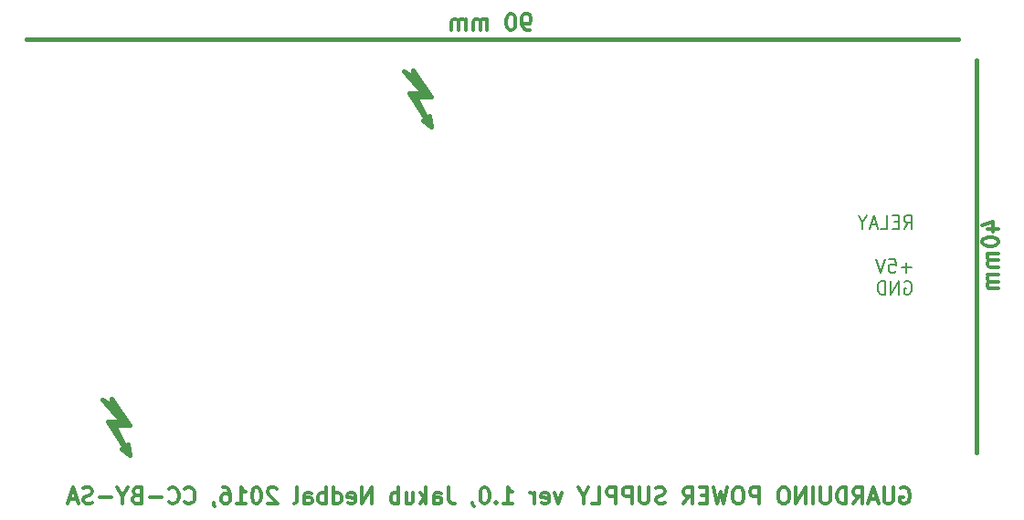
<source format=gbo>
G04 #@! TF.FileFunction,Legend,Bot*
%FSLAX46Y46*%
G04 Gerber Fmt 4.6, Leading zero omitted, Abs format (unit mm)*
G04 Created by KiCad (PCBNEW (2015-12-10 BZR 6367)-product) date Fri 07 Oct 2016 01:04:08 BST*
%MOMM*%
G01*
G04 APERTURE LIST*
%ADD10C,0.100000*%
%ADD11C,0.300000*%
%ADD12C,0.200000*%
%ADD13C,0.400000*%
%ADD14C,0.381000*%
G04 APERTURE END LIST*
D10*
D11*
X127769142Y-86372000D02*
X127911999Y-86300571D01*
X128126285Y-86300571D01*
X128340570Y-86372000D01*
X128483428Y-86514857D01*
X128554856Y-86657714D01*
X128626285Y-86943429D01*
X128626285Y-87157714D01*
X128554856Y-87443429D01*
X128483428Y-87586286D01*
X128340570Y-87729143D01*
X128126285Y-87800571D01*
X127983428Y-87800571D01*
X127769142Y-87729143D01*
X127697713Y-87657714D01*
X127697713Y-87157714D01*
X127983428Y-87157714D01*
X127054856Y-86300571D02*
X127054856Y-87514857D01*
X126983428Y-87657714D01*
X126911999Y-87729143D01*
X126769142Y-87800571D01*
X126483428Y-87800571D01*
X126340570Y-87729143D01*
X126269142Y-87657714D01*
X126197713Y-87514857D01*
X126197713Y-86300571D01*
X125554856Y-87372000D02*
X124840570Y-87372000D01*
X125697713Y-87800571D02*
X125197713Y-86300571D01*
X124697713Y-87800571D01*
X123340570Y-87800571D02*
X123840570Y-87086286D01*
X124197713Y-87800571D02*
X124197713Y-86300571D01*
X123626285Y-86300571D01*
X123483427Y-86372000D01*
X123411999Y-86443429D01*
X123340570Y-86586286D01*
X123340570Y-86800571D01*
X123411999Y-86943429D01*
X123483427Y-87014857D01*
X123626285Y-87086286D01*
X124197713Y-87086286D01*
X122697713Y-87800571D02*
X122697713Y-86300571D01*
X122340570Y-86300571D01*
X122126285Y-86372000D01*
X121983427Y-86514857D01*
X121911999Y-86657714D01*
X121840570Y-86943429D01*
X121840570Y-87157714D01*
X121911999Y-87443429D01*
X121983427Y-87586286D01*
X122126285Y-87729143D01*
X122340570Y-87800571D01*
X122697713Y-87800571D01*
X121197713Y-86300571D02*
X121197713Y-87514857D01*
X121126285Y-87657714D01*
X121054856Y-87729143D01*
X120911999Y-87800571D01*
X120626285Y-87800571D01*
X120483427Y-87729143D01*
X120411999Y-87657714D01*
X120340570Y-87514857D01*
X120340570Y-86300571D01*
X119626284Y-87800571D02*
X119626284Y-86300571D01*
X118911998Y-87800571D02*
X118911998Y-86300571D01*
X118054855Y-87800571D01*
X118054855Y-86300571D01*
X117054855Y-86300571D02*
X116769141Y-86300571D01*
X116626283Y-86372000D01*
X116483426Y-86514857D01*
X116411998Y-86800571D01*
X116411998Y-87300571D01*
X116483426Y-87586286D01*
X116626283Y-87729143D01*
X116769141Y-87800571D01*
X117054855Y-87800571D01*
X117197712Y-87729143D01*
X117340569Y-87586286D01*
X117411998Y-87300571D01*
X117411998Y-86800571D01*
X117340569Y-86514857D01*
X117197712Y-86372000D01*
X117054855Y-86300571D01*
X114626283Y-87800571D02*
X114626283Y-86300571D01*
X114054855Y-86300571D01*
X113911997Y-86372000D01*
X113840569Y-86443429D01*
X113769140Y-86586286D01*
X113769140Y-86800571D01*
X113840569Y-86943429D01*
X113911997Y-87014857D01*
X114054855Y-87086286D01*
X114626283Y-87086286D01*
X112840569Y-86300571D02*
X112554855Y-86300571D01*
X112411997Y-86372000D01*
X112269140Y-86514857D01*
X112197712Y-86800571D01*
X112197712Y-87300571D01*
X112269140Y-87586286D01*
X112411997Y-87729143D01*
X112554855Y-87800571D01*
X112840569Y-87800571D01*
X112983426Y-87729143D01*
X113126283Y-87586286D01*
X113197712Y-87300571D01*
X113197712Y-86800571D01*
X113126283Y-86514857D01*
X112983426Y-86372000D01*
X112840569Y-86300571D01*
X111697711Y-86300571D02*
X111340568Y-87800571D01*
X111054854Y-86729143D01*
X110769140Y-87800571D01*
X110411997Y-86300571D01*
X109840568Y-87014857D02*
X109340568Y-87014857D01*
X109126282Y-87800571D02*
X109840568Y-87800571D01*
X109840568Y-86300571D01*
X109126282Y-86300571D01*
X107626282Y-87800571D02*
X108126282Y-87086286D01*
X108483425Y-87800571D02*
X108483425Y-86300571D01*
X107911997Y-86300571D01*
X107769139Y-86372000D01*
X107697711Y-86443429D01*
X107626282Y-86586286D01*
X107626282Y-86800571D01*
X107697711Y-86943429D01*
X107769139Y-87014857D01*
X107911997Y-87086286D01*
X108483425Y-87086286D01*
X105911997Y-87729143D02*
X105697711Y-87800571D01*
X105340568Y-87800571D01*
X105197711Y-87729143D01*
X105126282Y-87657714D01*
X105054854Y-87514857D01*
X105054854Y-87372000D01*
X105126282Y-87229143D01*
X105197711Y-87157714D01*
X105340568Y-87086286D01*
X105626282Y-87014857D01*
X105769140Y-86943429D01*
X105840568Y-86872000D01*
X105911997Y-86729143D01*
X105911997Y-86586286D01*
X105840568Y-86443429D01*
X105769140Y-86372000D01*
X105626282Y-86300571D01*
X105269140Y-86300571D01*
X105054854Y-86372000D01*
X104411997Y-86300571D02*
X104411997Y-87514857D01*
X104340569Y-87657714D01*
X104269140Y-87729143D01*
X104126283Y-87800571D01*
X103840569Y-87800571D01*
X103697711Y-87729143D01*
X103626283Y-87657714D01*
X103554854Y-87514857D01*
X103554854Y-86300571D01*
X102840568Y-87800571D02*
X102840568Y-86300571D01*
X102269140Y-86300571D01*
X102126282Y-86372000D01*
X102054854Y-86443429D01*
X101983425Y-86586286D01*
X101983425Y-86800571D01*
X102054854Y-86943429D01*
X102126282Y-87014857D01*
X102269140Y-87086286D01*
X102840568Y-87086286D01*
X101340568Y-87800571D02*
X101340568Y-86300571D01*
X100769140Y-86300571D01*
X100626282Y-86372000D01*
X100554854Y-86443429D01*
X100483425Y-86586286D01*
X100483425Y-86800571D01*
X100554854Y-86943429D01*
X100626282Y-87014857D01*
X100769140Y-87086286D01*
X101340568Y-87086286D01*
X99126282Y-87800571D02*
X99840568Y-87800571D01*
X99840568Y-86300571D01*
X98340568Y-87086286D02*
X98340568Y-87800571D01*
X98840568Y-86300571D02*
X98340568Y-87086286D01*
X97840568Y-86300571D01*
X96340568Y-86800571D02*
X95983425Y-87800571D01*
X95626283Y-86800571D01*
X94483426Y-87729143D02*
X94626283Y-87800571D01*
X94911997Y-87800571D01*
X95054854Y-87729143D01*
X95126283Y-87586286D01*
X95126283Y-87014857D01*
X95054854Y-86872000D01*
X94911997Y-86800571D01*
X94626283Y-86800571D01*
X94483426Y-86872000D01*
X94411997Y-87014857D01*
X94411997Y-87157714D01*
X95126283Y-87300571D01*
X93769140Y-87800571D02*
X93769140Y-86800571D01*
X93769140Y-87086286D02*
X93697712Y-86943429D01*
X93626283Y-86872000D01*
X93483426Y-86800571D01*
X93340569Y-86800571D01*
X90911998Y-87800571D02*
X91769141Y-87800571D01*
X91340569Y-87800571D02*
X91340569Y-86300571D01*
X91483426Y-86514857D01*
X91626284Y-86657714D01*
X91769141Y-86729143D01*
X90269141Y-87657714D02*
X90197713Y-87729143D01*
X90269141Y-87800571D01*
X90340570Y-87729143D01*
X90269141Y-87657714D01*
X90269141Y-87800571D01*
X89269141Y-86300571D02*
X89126284Y-86300571D01*
X88983427Y-86372000D01*
X88911998Y-86443429D01*
X88840569Y-86586286D01*
X88769141Y-86872000D01*
X88769141Y-87229143D01*
X88840569Y-87514857D01*
X88911998Y-87657714D01*
X88983427Y-87729143D01*
X89126284Y-87800571D01*
X89269141Y-87800571D01*
X89411998Y-87729143D01*
X89483427Y-87657714D01*
X89554855Y-87514857D01*
X89626284Y-87229143D01*
X89626284Y-86872000D01*
X89554855Y-86586286D01*
X89483427Y-86443429D01*
X89411998Y-86372000D01*
X89269141Y-86300571D01*
X88054856Y-87729143D02*
X88054856Y-87800571D01*
X88126284Y-87943429D01*
X88197713Y-88014857D01*
X85840570Y-86300571D02*
X85840570Y-87372000D01*
X85911998Y-87586286D01*
X86054855Y-87729143D01*
X86269141Y-87800571D01*
X86411998Y-87800571D01*
X84483427Y-87800571D02*
X84483427Y-87014857D01*
X84554856Y-86872000D01*
X84697713Y-86800571D01*
X84983427Y-86800571D01*
X85126284Y-86872000D01*
X84483427Y-87729143D02*
X84626284Y-87800571D01*
X84983427Y-87800571D01*
X85126284Y-87729143D01*
X85197713Y-87586286D01*
X85197713Y-87443429D01*
X85126284Y-87300571D01*
X84983427Y-87229143D01*
X84626284Y-87229143D01*
X84483427Y-87157714D01*
X83769141Y-87800571D02*
X83769141Y-86300571D01*
X83626284Y-87229143D02*
X83197713Y-87800571D01*
X83197713Y-86800571D02*
X83769141Y-87372000D01*
X81911998Y-86800571D02*
X81911998Y-87800571D01*
X82554855Y-86800571D02*
X82554855Y-87586286D01*
X82483427Y-87729143D01*
X82340569Y-87800571D01*
X82126284Y-87800571D01*
X81983427Y-87729143D01*
X81911998Y-87657714D01*
X81197712Y-87800571D02*
X81197712Y-86300571D01*
X81197712Y-86872000D02*
X81054855Y-86800571D01*
X80769141Y-86800571D01*
X80626284Y-86872000D01*
X80554855Y-86943429D01*
X80483426Y-87086286D01*
X80483426Y-87514857D01*
X80554855Y-87657714D01*
X80626284Y-87729143D01*
X80769141Y-87800571D01*
X81054855Y-87800571D01*
X81197712Y-87729143D01*
X78697712Y-87800571D02*
X78697712Y-86300571D01*
X77840569Y-87800571D01*
X77840569Y-86300571D01*
X76554855Y-87729143D02*
X76697712Y-87800571D01*
X76983426Y-87800571D01*
X77126283Y-87729143D01*
X77197712Y-87586286D01*
X77197712Y-87014857D01*
X77126283Y-86872000D01*
X76983426Y-86800571D01*
X76697712Y-86800571D01*
X76554855Y-86872000D01*
X76483426Y-87014857D01*
X76483426Y-87157714D01*
X77197712Y-87300571D01*
X75197712Y-87800571D02*
X75197712Y-86300571D01*
X75197712Y-87729143D02*
X75340569Y-87800571D01*
X75626283Y-87800571D01*
X75769141Y-87729143D01*
X75840569Y-87657714D01*
X75911998Y-87514857D01*
X75911998Y-87086286D01*
X75840569Y-86943429D01*
X75769141Y-86872000D01*
X75626283Y-86800571D01*
X75340569Y-86800571D01*
X75197712Y-86872000D01*
X74483426Y-87800571D02*
X74483426Y-86300571D01*
X74483426Y-86872000D02*
X74340569Y-86800571D01*
X74054855Y-86800571D01*
X73911998Y-86872000D01*
X73840569Y-86943429D01*
X73769140Y-87086286D01*
X73769140Y-87514857D01*
X73840569Y-87657714D01*
X73911998Y-87729143D01*
X74054855Y-87800571D01*
X74340569Y-87800571D01*
X74483426Y-87729143D01*
X72483426Y-87800571D02*
X72483426Y-87014857D01*
X72554855Y-86872000D01*
X72697712Y-86800571D01*
X72983426Y-86800571D01*
X73126283Y-86872000D01*
X72483426Y-87729143D02*
X72626283Y-87800571D01*
X72983426Y-87800571D01*
X73126283Y-87729143D01*
X73197712Y-87586286D01*
X73197712Y-87443429D01*
X73126283Y-87300571D01*
X72983426Y-87229143D01*
X72626283Y-87229143D01*
X72483426Y-87157714D01*
X71554854Y-87800571D02*
X71697712Y-87729143D01*
X71769140Y-87586286D01*
X71769140Y-86300571D01*
X69911998Y-86443429D02*
X69840569Y-86372000D01*
X69697712Y-86300571D01*
X69340569Y-86300571D01*
X69197712Y-86372000D01*
X69126283Y-86443429D01*
X69054855Y-86586286D01*
X69054855Y-86729143D01*
X69126283Y-86943429D01*
X69983426Y-87800571D01*
X69054855Y-87800571D01*
X68126284Y-86300571D02*
X67983427Y-86300571D01*
X67840570Y-86372000D01*
X67769141Y-86443429D01*
X67697712Y-86586286D01*
X67626284Y-86872000D01*
X67626284Y-87229143D01*
X67697712Y-87514857D01*
X67769141Y-87657714D01*
X67840570Y-87729143D01*
X67983427Y-87800571D01*
X68126284Y-87800571D01*
X68269141Y-87729143D01*
X68340570Y-87657714D01*
X68411998Y-87514857D01*
X68483427Y-87229143D01*
X68483427Y-86872000D01*
X68411998Y-86586286D01*
X68340570Y-86443429D01*
X68269141Y-86372000D01*
X68126284Y-86300571D01*
X66197713Y-87800571D02*
X67054856Y-87800571D01*
X66626284Y-87800571D02*
X66626284Y-86300571D01*
X66769141Y-86514857D01*
X66911999Y-86657714D01*
X67054856Y-86729143D01*
X64911999Y-86300571D02*
X65197713Y-86300571D01*
X65340570Y-86372000D01*
X65411999Y-86443429D01*
X65554856Y-86657714D01*
X65626285Y-86943429D01*
X65626285Y-87514857D01*
X65554856Y-87657714D01*
X65483428Y-87729143D01*
X65340570Y-87800571D01*
X65054856Y-87800571D01*
X64911999Y-87729143D01*
X64840570Y-87657714D01*
X64769142Y-87514857D01*
X64769142Y-87157714D01*
X64840570Y-87014857D01*
X64911999Y-86943429D01*
X65054856Y-86872000D01*
X65340570Y-86872000D01*
X65483428Y-86943429D01*
X65554856Y-87014857D01*
X65626285Y-87157714D01*
X64054857Y-87729143D02*
X64054857Y-87800571D01*
X64126285Y-87943429D01*
X64197714Y-88014857D01*
X61411999Y-87657714D02*
X61483428Y-87729143D01*
X61697714Y-87800571D01*
X61840571Y-87800571D01*
X62054856Y-87729143D01*
X62197714Y-87586286D01*
X62269142Y-87443429D01*
X62340571Y-87157714D01*
X62340571Y-86943429D01*
X62269142Y-86657714D01*
X62197714Y-86514857D01*
X62054856Y-86372000D01*
X61840571Y-86300571D01*
X61697714Y-86300571D01*
X61483428Y-86372000D01*
X61411999Y-86443429D01*
X59911999Y-87657714D02*
X59983428Y-87729143D01*
X60197714Y-87800571D01*
X60340571Y-87800571D01*
X60554856Y-87729143D01*
X60697714Y-87586286D01*
X60769142Y-87443429D01*
X60840571Y-87157714D01*
X60840571Y-86943429D01*
X60769142Y-86657714D01*
X60697714Y-86514857D01*
X60554856Y-86372000D01*
X60340571Y-86300571D01*
X60197714Y-86300571D01*
X59983428Y-86372000D01*
X59911999Y-86443429D01*
X59269142Y-87229143D02*
X58126285Y-87229143D01*
X56911999Y-87014857D02*
X56697713Y-87086286D01*
X56626285Y-87157714D01*
X56554856Y-87300571D01*
X56554856Y-87514857D01*
X56626285Y-87657714D01*
X56697713Y-87729143D01*
X56840571Y-87800571D01*
X57411999Y-87800571D01*
X57411999Y-86300571D01*
X56911999Y-86300571D01*
X56769142Y-86372000D01*
X56697713Y-86443429D01*
X56626285Y-86586286D01*
X56626285Y-86729143D01*
X56697713Y-86872000D01*
X56769142Y-86943429D01*
X56911999Y-87014857D01*
X57411999Y-87014857D01*
X55626285Y-87086286D02*
X55626285Y-87800571D01*
X56126285Y-86300571D02*
X55626285Y-87086286D01*
X55126285Y-86300571D01*
X54626285Y-87229143D02*
X53483428Y-87229143D01*
X52840571Y-87729143D02*
X52626285Y-87800571D01*
X52269142Y-87800571D01*
X52126285Y-87729143D01*
X52054856Y-87657714D01*
X51983428Y-87514857D01*
X51983428Y-87372000D01*
X52054856Y-87229143D01*
X52126285Y-87157714D01*
X52269142Y-87086286D01*
X52554856Y-87014857D01*
X52697714Y-86943429D01*
X52769142Y-86872000D01*
X52840571Y-86729143D01*
X52840571Y-86586286D01*
X52769142Y-86443429D01*
X52697714Y-86372000D01*
X52554856Y-86300571D01*
X52197714Y-86300571D01*
X51983428Y-86372000D01*
X51412000Y-87372000D02*
X50697714Y-87372000D01*
X51554857Y-87800571D02*
X51054857Y-86300571D01*
X50554857Y-87800571D01*
D12*
X128117714Y-67218000D02*
X128232000Y-67160857D01*
X128403429Y-67160857D01*
X128574857Y-67218000D01*
X128689143Y-67332286D01*
X128746286Y-67446571D01*
X128803429Y-67675143D01*
X128803429Y-67846571D01*
X128746286Y-68075143D01*
X128689143Y-68189429D01*
X128574857Y-68303714D01*
X128403429Y-68360857D01*
X128289143Y-68360857D01*
X128117714Y-68303714D01*
X128060571Y-68246571D01*
X128060571Y-67846571D01*
X128289143Y-67846571D01*
X127546286Y-68360857D02*
X127546286Y-67160857D01*
X126860571Y-68360857D01*
X126860571Y-67160857D01*
X126289143Y-68360857D02*
X126289143Y-67160857D01*
X126003428Y-67160857D01*
X125832000Y-67218000D01*
X125717714Y-67332286D01*
X125660571Y-67446571D01*
X125603428Y-67675143D01*
X125603428Y-67846571D01*
X125660571Y-68075143D01*
X125717714Y-68189429D01*
X125832000Y-68303714D01*
X126003428Y-68360857D01*
X126289143Y-68360857D01*
X128746286Y-65871714D02*
X127832000Y-65871714D01*
X128289143Y-66328857D02*
X128289143Y-65414571D01*
X126689143Y-65128857D02*
X127260572Y-65128857D01*
X127317715Y-65700286D01*
X127260572Y-65643143D01*
X127146286Y-65586000D01*
X126860572Y-65586000D01*
X126746286Y-65643143D01*
X126689143Y-65700286D01*
X126632000Y-65814571D01*
X126632000Y-66100286D01*
X126689143Y-66214571D01*
X126746286Y-66271714D01*
X126860572Y-66328857D01*
X127146286Y-66328857D01*
X127260572Y-66271714D01*
X127317715Y-66214571D01*
X126289143Y-65128857D02*
X125889143Y-66328857D01*
X125489143Y-65128857D01*
X128060571Y-62264857D02*
X128460571Y-61693429D01*
X128746286Y-62264857D02*
X128746286Y-61064857D01*
X128289143Y-61064857D01*
X128174857Y-61122000D01*
X128117714Y-61179143D01*
X128060571Y-61293429D01*
X128060571Y-61464857D01*
X128117714Y-61579143D01*
X128174857Y-61636286D01*
X128289143Y-61693429D01*
X128746286Y-61693429D01*
X127546286Y-61636286D02*
X127146286Y-61636286D01*
X126974857Y-62264857D02*
X127546286Y-62264857D01*
X127546286Y-61064857D01*
X126974857Y-61064857D01*
X125889143Y-62264857D02*
X126460572Y-62264857D01*
X126460572Y-61064857D01*
X125546286Y-61922000D02*
X124974857Y-61922000D01*
X125660571Y-62264857D02*
X125260571Y-61064857D01*
X124860571Y-62264857D01*
X124232000Y-61693429D02*
X124232000Y-62264857D01*
X124632000Y-61064857D02*
X124232000Y-61693429D01*
X123832000Y-61064857D01*
D11*
X135822571Y-62341429D02*
X136822571Y-62341429D01*
X135251143Y-61984286D02*
X136322571Y-61627143D01*
X136322571Y-62555715D01*
X135322571Y-63412857D02*
X135322571Y-63555714D01*
X135394000Y-63698571D01*
X135465429Y-63770000D01*
X135608286Y-63841429D01*
X135894000Y-63912857D01*
X136251143Y-63912857D01*
X136536857Y-63841429D01*
X136679714Y-63770000D01*
X136751143Y-63698571D01*
X136822571Y-63555714D01*
X136822571Y-63412857D01*
X136751143Y-63270000D01*
X136679714Y-63198571D01*
X136536857Y-63127143D01*
X136251143Y-63055714D01*
X135894000Y-63055714D01*
X135608286Y-63127143D01*
X135465429Y-63198571D01*
X135394000Y-63270000D01*
X135322571Y-63412857D01*
X136822571Y-64555714D02*
X135822571Y-64555714D01*
X135965429Y-64555714D02*
X135894000Y-64627142D01*
X135822571Y-64770000D01*
X135822571Y-64984285D01*
X135894000Y-65127142D01*
X136036857Y-65198571D01*
X136822571Y-65198571D01*
X136036857Y-65198571D02*
X135894000Y-65270000D01*
X135822571Y-65412857D01*
X135822571Y-65627142D01*
X135894000Y-65770000D01*
X136036857Y-65841428D01*
X136822571Y-65841428D01*
X136822571Y-66555714D02*
X135822571Y-66555714D01*
X135965429Y-66555714D02*
X135894000Y-66627142D01*
X135822571Y-66770000D01*
X135822571Y-66984285D01*
X135894000Y-67127142D01*
X136036857Y-67198571D01*
X136822571Y-67198571D01*
X136036857Y-67198571D02*
X135894000Y-67270000D01*
X135822571Y-67412857D01*
X135822571Y-67627142D01*
X135894000Y-67770000D01*
X136036857Y-67841428D01*
X136822571Y-67841428D01*
D13*
X134747000Y-83058000D02*
X134747000Y-46609000D01*
D11*
X93341428Y-43858571D02*
X93055713Y-43858571D01*
X92912856Y-43787143D01*
X92841428Y-43715714D01*
X92698570Y-43501429D01*
X92627142Y-43215714D01*
X92627142Y-42644286D01*
X92698570Y-42501429D01*
X92769999Y-42430000D01*
X92912856Y-42358571D01*
X93198570Y-42358571D01*
X93341428Y-42430000D01*
X93412856Y-42501429D01*
X93484285Y-42644286D01*
X93484285Y-43001429D01*
X93412856Y-43144286D01*
X93341428Y-43215714D01*
X93198570Y-43287143D01*
X92912856Y-43287143D01*
X92769999Y-43215714D01*
X92698570Y-43144286D01*
X92627142Y-43001429D01*
X91698571Y-42358571D02*
X91555714Y-42358571D01*
X91412857Y-42430000D01*
X91341428Y-42501429D01*
X91269999Y-42644286D01*
X91198571Y-42930000D01*
X91198571Y-43287143D01*
X91269999Y-43572857D01*
X91341428Y-43715714D01*
X91412857Y-43787143D01*
X91555714Y-43858571D01*
X91698571Y-43858571D01*
X91841428Y-43787143D01*
X91912857Y-43715714D01*
X91984285Y-43572857D01*
X92055714Y-43287143D01*
X92055714Y-42930000D01*
X91984285Y-42644286D01*
X91912857Y-42501429D01*
X91841428Y-42430000D01*
X91698571Y-42358571D01*
X89412857Y-43858571D02*
X89412857Y-42858571D01*
X89412857Y-43001429D02*
X89341429Y-42930000D01*
X89198571Y-42858571D01*
X88984286Y-42858571D01*
X88841429Y-42930000D01*
X88770000Y-43072857D01*
X88770000Y-43858571D01*
X88770000Y-43072857D02*
X88698571Y-42930000D01*
X88555714Y-42858571D01*
X88341429Y-42858571D01*
X88198571Y-42930000D01*
X88127143Y-43072857D01*
X88127143Y-43858571D01*
X87412857Y-43858571D02*
X87412857Y-42858571D01*
X87412857Y-43001429D02*
X87341429Y-42930000D01*
X87198571Y-42858571D01*
X86984286Y-42858571D01*
X86841429Y-42930000D01*
X86770000Y-43072857D01*
X86770000Y-43858571D01*
X86770000Y-43072857D02*
X86698571Y-42930000D01*
X86555714Y-42858571D01*
X86341429Y-42858571D01*
X86198571Y-42930000D01*
X86127143Y-43072857D01*
X86127143Y-43858571D01*
D13*
X133096000Y-44704000D02*
X46736000Y-44704000D01*
D14*
X56261000Y-80518000D02*
X54610000Y-78041500D01*
X54610000Y-78041500D02*
X54483000Y-78486000D01*
X54483000Y-78486000D02*
X55880000Y-80264000D01*
X55880000Y-80264000D02*
X54737000Y-80391000D01*
X53721000Y-78105000D02*
X55499000Y-80137000D01*
X55499000Y-80137000D02*
X54229000Y-80137000D01*
X53721000Y-78105000D02*
X54483000Y-78613000D01*
X56261000Y-80518000D02*
X54864000Y-80518000D01*
X54864000Y-80518000D02*
X56134000Y-83058000D01*
X56007000Y-82931000D02*
X54229000Y-80137000D01*
X56134000Y-82296000D02*
X56261000Y-83312000D01*
X56261000Y-83312000D02*
X55499000Y-82677000D01*
X84201000Y-50038000D02*
X82550000Y-47561500D01*
X82550000Y-47561500D02*
X82423000Y-48006000D01*
X82423000Y-48006000D02*
X83820000Y-49784000D01*
X83820000Y-49784000D02*
X82677000Y-49911000D01*
X81661000Y-47625000D02*
X83439000Y-49657000D01*
X83439000Y-49657000D02*
X82169000Y-49657000D01*
X81661000Y-47625000D02*
X82423000Y-48133000D01*
X84201000Y-50038000D02*
X82804000Y-50038000D01*
X82804000Y-50038000D02*
X84074000Y-52578000D01*
X83947000Y-52451000D02*
X82169000Y-49657000D01*
X84074000Y-51816000D02*
X84201000Y-52832000D01*
X84201000Y-52832000D02*
X83439000Y-52197000D01*
M02*

</source>
